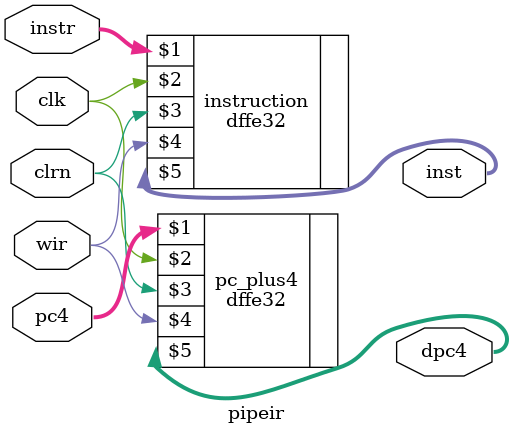
<source format=v>
module pipeir(pc4, instr, wir, clk, clrn, dpc4, inst); 
    input [31:0] pc4, instr; 
    input        wir, clk, clrn; 
    output[31:0] dpc4, inst; 
    dffe32 pc_plus4(pc4, clk, clrn, wir, dpc4); 
    dffe32 instruction(instr, clk, clrn, wir, inst);

endmodule	
</source>
